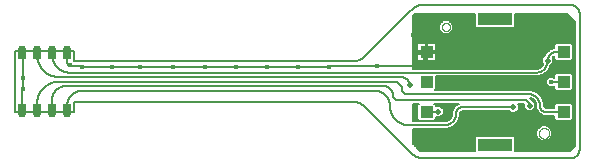
<source format=gtl>
G75*
%MOIN*%
%OFA0B0*%
%FSLAX25Y25*%
%IPPOS*%
%LPD*%
%AMOC8*
5,1,8,0,0,1.08239X$1,22.5*
%
%ADD10C,0.00600*%
%ADD11R,0.04331X0.03937*%
%ADD12R,0.11811X0.03937*%
%ADD13C,0.00000*%
%ADD14R,0.02992X0.03150*%
%ADD15C,0.03012*%
%ADD16C,0.01587*%
%ADD17C,0.00800*%
%ADD18C,0.02000*%
D10*
X0167410Y0072564D02*
X0167564Y0072562D01*
X0167717Y0072556D01*
X0167871Y0072546D01*
X0168024Y0072533D01*
X0168177Y0072515D01*
X0168329Y0072493D01*
X0168481Y0072468D01*
X0168632Y0072439D01*
X0168782Y0072405D01*
X0168932Y0072368D01*
X0169080Y0072328D01*
X0169227Y0072283D01*
X0169373Y0072235D01*
X0169518Y0072183D01*
X0169662Y0072127D01*
X0169803Y0072067D01*
X0169944Y0072004D01*
X0170083Y0071938D01*
X0170219Y0071868D01*
X0170355Y0071794D01*
X0170488Y0071717D01*
X0170619Y0071637D01*
X0170748Y0071553D01*
X0170875Y0071466D01*
X0171000Y0071376D01*
X0171122Y0071282D01*
X0171242Y0071186D01*
X0171359Y0071086D01*
X0171474Y0070984D01*
X0171586Y0070879D01*
X0171585Y0070878D02*
X0187193Y0055351D01*
X0189587Y0056628D02*
X0208244Y0056628D01*
X0208244Y0056166D02*
X0190050Y0056166D01*
X0187550Y0058666D01*
X0187550Y0063366D01*
X0199104Y0063366D01*
X0201052Y0064172D01*
X0202543Y0065663D01*
X0202543Y0065663D01*
X0203350Y0067611D01*
X0203350Y0068666D01*
X0203374Y0068847D01*
X0203555Y0069161D01*
X0203869Y0069342D01*
X0204050Y0069366D01*
X0219663Y0069366D01*
X0220263Y0068766D01*
X0221837Y0068766D01*
X0222950Y0069879D01*
X0222950Y0071453D01*
X0222537Y0071866D01*
X0224550Y0071866D01*
X0224650Y0071852D01*
X0224650Y0070379D01*
X0225763Y0069266D01*
X0227337Y0069266D01*
X0228450Y0070379D01*
X0228450Y0071953D01*
X0227337Y0073066D01*
X0227264Y0073066D01*
X0226966Y0073581D01*
X0226966Y0073581D01*
X0226561Y0073815D01*
X0226577Y0073814D01*
X0227550Y0073411D01*
X0228295Y0072666D01*
X0228698Y0071692D01*
X0228750Y0071166D01*
X0228750Y0070255D01*
X0229661Y0068677D01*
X0229661Y0068677D01*
X0231239Y0067766D01*
X0234819Y0067766D01*
X0234819Y0066724D01*
X0235346Y0066197D01*
X0240423Y0066197D01*
X0240950Y0066724D01*
X0240950Y0071407D01*
X0240423Y0071934D01*
X0235346Y0071934D01*
X0234819Y0071407D01*
X0234819Y0070366D01*
X0232150Y0070366D01*
X0231943Y0070393D01*
X0231584Y0070600D01*
X0231377Y0070959D01*
X0231350Y0071166D01*
X0231350Y0072220D01*
X0230543Y0074168D01*
X0229052Y0075659D01*
X0227104Y0076466D01*
X0195022Y0076466D01*
X0195281Y0076724D01*
X0195281Y0080966D01*
X0229584Y0080966D01*
X0231496Y0081757D01*
X0232958Y0083220D01*
X0233430Y0084358D01*
X0234450Y0085379D01*
X0234450Y0086953D01*
X0234241Y0087162D01*
X0234319Y0087297D01*
X0234819Y0087586D01*
X0234819Y0086724D01*
X0235346Y0086197D01*
X0240423Y0086197D01*
X0240950Y0086724D01*
X0240950Y0091407D01*
X0240423Y0091934D01*
X0235346Y0091934D01*
X0234819Y0091407D01*
X0234819Y0090366D01*
X0234325Y0090366D01*
X0232375Y0089240D01*
X0231607Y0087910D01*
X0230650Y0086953D01*
X0230650Y0085379D01*
X0231036Y0084992D01*
X0230878Y0084610D01*
X0230106Y0083837D01*
X0229096Y0083419D01*
X0228550Y0083366D01*
X0187550Y0083366D01*
X0187550Y0101166D01*
X0188050Y0101666D01*
X0208244Y0101666D01*
X0208244Y0097590D01*
X0208772Y0097063D01*
X0221328Y0097063D01*
X0221855Y0097590D01*
X0221855Y0101666D01*
X0239050Y0101666D01*
X0241550Y0099166D01*
X0241550Y0057666D01*
X0240050Y0056166D01*
X0221855Y0056166D01*
X0221855Y0060541D01*
X0221328Y0061068D01*
X0208772Y0061068D01*
X0208244Y0060541D01*
X0208244Y0056166D01*
X0208244Y0057227D02*
X0188989Y0057227D01*
X0188390Y0057825D02*
X0208244Y0057825D01*
X0208244Y0058424D02*
X0187792Y0058424D01*
X0187550Y0059022D02*
X0208244Y0059022D01*
X0208244Y0059621D02*
X0187550Y0059621D01*
X0187550Y0060219D02*
X0208244Y0060219D01*
X0208522Y0060818D02*
X0187550Y0060818D01*
X0187550Y0061416D02*
X0228717Y0061416D01*
X0228717Y0061408D02*
X0229124Y0060426D01*
X0229875Y0059675D01*
X0230857Y0059268D01*
X0231920Y0059268D01*
X0232902Y0059675D01*
X0233653Y0060426D01*
X0234060Y0061408D01*
X0234060Y0062471D01*
X0233653Y0063453D01*
X0232902Y0064204D01*
X0231920Y0064611D01*
X0230857Y0064611D01*
X0229875Y0064204D01*
X0229124Y0063453D01*
X0228717Y0062471D01*
X0228717Y0061408D01*
X0228717Y0062015D02*
X0187550Y0062015D01*
X0187550Y0062613D02*
X0228776Y0062613D01*
X0229024Y0063212D02*
X0187550Y0063212D01*
X0187550Y0065966D02*
X0187550Y0071866D01*
X0189609Y0071866D01*
X0189150Y0071407D01*
X0189150Y0066724D01*
X0189677Y0066197D01*
X0194753Y0066197D01*
X0195281Y0066724D01*
X0195281Y0067266D01*
X0196837Y0067266D01*
X0197950Y0068379D01*
X0197950Y0069953D01*
X0196837Y0071066D01*
X0195281Y0071066D01*
X0195281Y0071407D01*
X0194822Y0071866D01*
X0202993Y0071866D01*
X0201634Y0071081D01*
X0200750Y0069550D01*
X0200750Y0068666D01*
X0200698Y0068139D01*
X0200295Y0067166D01*
X0199550Y0066421D01*
X0198577Y0066017D01*
X0198050Y0065966D01*
X0187550Y0065966D01*
X0187550Y0066205D02*
X0189670Y0066205D01*
X0189150Y0066803D02*
X0187550Y0066803D01*
X0187550Y0067402D02*
X0189150Y0067402D01*
X0189150Y0068000D02*
X0187550Y0068000D01*
X0187550Y0068599D02*
X0189150Y0068599D01*
X0189150Y0069197D02*
X0187550Y0069197D01*
X0187550Y0069796D02*
X0189150Y0069796D01*
X0189150Y0070394D02*
X0187550Y0070394D01*
X0187550Y0070993D02*
X0189150Y0070993D01*
X0189334Y0071591D02*
X0187550Y0071591D01*
X0192315Y0069166D02*
X0196050Y0069166D01*
X0197950Y0069197D02*
X0200750Y0069197D01*
X0200750Y0069550D02*
X0200750Y0069550D01*
X0200892Y0069796D02*
X0197950Y0069796D01*
X0197508Y0070394D02*
X0201237Y0070394D01*
X0201583Y0070993D02*
X0196910Y0070993D01*
X0195096Y0071591D02*
X0202517Y0071591D01*
X0201634Y0071081D02*
X0201634Y0071081D01*
X0203618Y0069197D02*
X0219831Y0069197D01*
X0222269Y0069197D02*
X0229361Y0069197D01*
X0229015Y0069796D02*
X0227867Y0069796D01*
X0228450Y0070394D02*
X0228750Y0070394D01*
X0228750Y0070993D02*
X0228450Y0070993D01*
X0228450Y0071591D02*
X0228708Y0071591D01*
X0228492Y0072190D02*
X0228213Y0072190D01*
X0228172Y0072788D02*
X0227614Y0072788D01*
X0227574Y0073387D02*
X0227078Y0073387D01*
X0224650Y0071591D02*
X0222811Y0071591D01*
X0222950Y0070993D02*
X0224650Y0070993D01*
X0224650Y0070394D02*
X0222950Y0070394D01*
X0222867Y0069796D02*
X0225233Y0069796D01*
X0229796Y0068599D02*
X0203350Y0068599D01*
X0203350Y0068000D02*
X0230833Y0068000D01*
X0233750Y0068966D02*
X0233850Y0069066D01*
X0237550Y0069066D01*
X0237885Y0069066D01*
X0240950Y0069197D02*
X0241550Y0069197D01*
X0241550Y0068599D02*
X0240950Y0068599D01*
X0240950Y0068000D02*
X0241550Y0068000D01*
X0241550Y0067402D02*
X0240950Y0067402D01*
X0240950Y0066803D02*
X0241550Y0066803D01*
X0241550Y0066205D02*
X0240430Y0066205D01*
X0241550Y0065606D02*
X0202486Y0065606D01*
X0202767Y0066205D02*
X0235339Y0066205D01*
X0234819Y0066803D02*
X0203015Y0066803D01*
X0203263Y0067402D02*
X0234819Y0067402D01*
X0232408Y0064409D02*
X0241550Y0064409D01*
X0241550Y0065008D02*
X0201887Y0065008D01*
X0201289Y0064409D02*
X0230369Y0064409D01*
X0229481Y0063810D02*
X0200178Y0063810D01*
X0201052Y0064172D02*
X0201052Y0064172D01*
X0199028Y0066205D02*
X0194761Y0066205D01*
X0195281Y0066803D02*
X0199932Y0066803D01*
X0200393Y0067402D02*
X0196973Y0067402D01*
X0197571Y0068000D02*
X0200641Y0068000D01*
X0200743Y0068599D02*
X0197950Y0068599D01*
X0192315Y0069166D02*
X0192298Y0069164D01*
X0192281Y0069160D01*
X0192265Y0069153D01*
X0192251Y0069143D01*
X0192238Y0069130D01*
X0192228Y0069116D01*
X0192221Y0069100D01*
X0192217Y0069083D01*
X0192215Y0069066D01*
X0195281Y0076978D02*
X0234819Y0076978D01*
X0234819Y0076724D02*
X0235346Y0076197D01*
X0240423Y0076197D01*
X0240950Y0076724D01*
X0240950Y0081407D01*
X0240423Y0081934D01*
X0235346Y0081934D01*
X0234819Y0081407D01*
X0234819Y0080291D01*
X0234452Y0080659D01*
X0233048Y0080659D01*
X0232056Y0079667D01*
X0232056Y0078264D01*
X0233048Y0077272D01*
X0234452Y0077272D01*
X0234819Y0077640D01*
X0234819Y0076724D01*
X0235164Y0076379D02*
X0227313Y0076379D01*
X0228758Y0075781D02*
X0241550Y0075781D01*
X0241550Y0076379D02*
X0240605Y0076379D01*
X0240950Y0076978D02*
X0241550Y0076978D01*
X0241550Y0077576D02*
X0240950Y0077576D01*
X0240950Y0078175D02*
X0241550Y0078175D01*
X0241550Y0078773D02*
X0240950Y0078773D01*
X0240950Y0079372D02*
X0241550Y0079372D01*
X0241550Y0079970D02*
X0240950Y0079970D01*
X0240950Y0080569D02*
X0241550Y0080569D01*
X0241550Y0081167D02*
X0240950Y0081167D01*
X0240591Y0081766D02*
X0241550Y0081766D01*
X0241550Y0082364D02*
X0232103Y0082364D01*
X0231504Y0081766D02*
X0235178Y0081766D01*
X0234819Y0081167D02*
X0230071Y0081167D01*
X0231496Y0081757D02*
X0231496Y0081757D01*
X0232701Y0082963D02*
X0241550Y0082963D01*
X0241550Y0083561D02*
X0233100Y0083561D01*
X0232958Y0083220D02*
X0232958Y0083220D01*
X0233348Y0084160D02*
X0241550Y0084160D01*
X0241550Y0084758D02*
X0233830Y0084758D01*
X0234428Y0085357D02*
X0241550Y0085357D01*
X0241550Y0085955D02*
X0234450Y0085955D01*
X0234450Y0086554D02*
X0234990Y0086554D01*
X0234819Y0087152D02*
X0234250Y0087152D01*
X0231861Y0088349D02*
X0195481Y0088349D01*
X0195481Y0088766D02*
X0192515Y0088766D01*
X0192515Y0089366D01*
X0191915Y0089366D01*
X0191915Y0092134D01*
X0189905Y0092134D01*
X0189625Y0092059D01*
X0189375Y0091914D01*
X0189170Y0091709D01*
X0189025Y0091459D01*
X0188950Y0091179D01*
X0188950Y0089366D01*
X0191915Y0089366D01*
X0191915Y0088766D01*
X0188950Y0088766D01*
X0188950Y0086952D01*
X0189025Y0086672D01*
X0189170Y0086422D01*
X0189375Y0086217D01*
X0189625Y0086072D01*
X0189905Y0085997D01*
X0191915Y0085997D01*
X0191915Y0088766D01*
X0192515Y0088766D01*
X0192515Y0085997D01*
X0194526Y0085997D01*
X0194805Y0086072D01*
X0195056Y0086217D01*
X0195261Y0086422D01*
X0195406Y0086672D01*
X0195481Y0086952D01*
X0195481Y0088766D01*
X0195481Y0089366D02*
X0192515Y0089366D01*
X0192515Y0092134D01*
X0194526Y0092134D01*
X0194805Y0092059D01*
X0195056Y0091914D01*
X0195261Y0091709D01*
X0195406Y0091459D01*
X0195481Y0091179D01*
X0195481Y0089366D01*
X0195481Y0089546D02*
X0232906Y0089546D01*
X0232375Y0089240D02*
X0232375Y0089240D01*
X0232375Y0089240D01*
X0232207Y0088948D02*
X0192515Y0088948D01*
X0192215Y0089066D02*
X0191933Y0088783D01*
X0191415Y0088266D01*
X0188250Y0088266D01*
X0187550Y0088349D02*
X0188950Y0088349D01*
X0188950Y0087751D02*
X0187550Y0087751D01*
X0187550Y0087152D02*
X0188950Y0087152D01*
X0189093Y0086554D02*
X0187550Y0086554D01*
X0187550Y0085955D02*
X0230650Y0085955D01*
X0230672Y0085357D02*
X0187550Y0085357D01*
X0187550Y0084758D02*
X0230940Y0084758D01*
X0230428Y0084160D02*
X0187550Y0084160D01*
X0187550Y0083561D02*
X0229439Y0083561D01*
X0228550Y0082166D02*
X0073229Y0082166D01*
X0074050Y0084266D02*
X0077150Y0084266D01*
X0077167Y0084264D01*
X0077184Y0084260D01*
X0077200Y0084253D01*
X0077214Y0084243D01*
X0077227Y0084230D01*
X0077237Y0084216D01*
X0077244Y0084200D01*
X0077248Y0084183D01*
X0077250Y0084166D01*
X0087250Y0084166D01*
X0096750Y0084166D01*
X0107750Y0084166D01*
X0118250Y0084166D01*
X0128750Y0084166D01*
X0139150Y0084166D01*
X0149250Y0084166D01*
X0159550Y0084166D01*
X0159650Y0084266D01*
X0175750Y0084266D01*
X0167409Y0085949D02*
X0167262Y0085949D01*
X0074735Y0085949D01*
X0074735Y0089492D01*
X0074587Y0089492D01*
X0055198Y0089492D01*
X0055050Y0089492D01*
X0055050Y0069020D01*
X0055198Y0069020D01*
X0074587Y0069020D01*
X0074735Y0069020D01*
X0074735Y0072563D01*
X0167262Y0072563D01*
X0167409Y0072563D01*
X0184050Y0080666D02*
X0184148Y0080664D01*
X0184246Y0080658D01*
X0184344Y0080649D01*
X0184441Y0080635D01*
X0184538Y0080618D01*
X0184634Y0080597D01*
X0184729Y0080572D01*
X0184823Y0080544D01*
X0184915Y0080511D01*
X0185007Y0080476D01*
X0185097Y0080436D01*
X0185185Y0080394D01*
X0185272Y0080347D01*
X0185356Y0080298D01*
X0185439Y0080245D01*
X0185519Y0080189D01*
X0185598Y0080129D01*
X0185674Y0080067D01*
X0185747Y0080002D01*
X0185818Y0079934D01*
X0185886Y0079863D01*
X0185951Y0079790D01*
X0186013Y0079714D01*
X0186073Y0079635D01*
X0186129Y0079555D01*
X0186182Y0079472D01*
X0186231Y0079388D01*
X0186278Y0079301D01*
X0186320Y0079213D01*
X0186360Y0079123D01*
X0186395Y0079031D01*
X0186428Y0078939D01*
X0186456Y0078845D01*
X0186481Y0078750D01*
X0186502Y0078654D01*
X0186519Y0078557D01*
X0186533Y0078460D01*
X0186542Y0078362D01*
X0186548Y0078264D01*
X0186550Y0078166D01*
X0184050Y0080666D02*
X0069649Y0080666D01*
X0072469Y0085846D02*
X0072469Y0087925D01*
X0072391Y0088604D01*
X0067390Y0088604D02*
X0067385Y0088448D01*
X0067383Y0088293D01*
X0067385Y0088137D01*
X0067391Y0087981D01*
X0067402Y0087826D01*
X0067416Y0087671D01*
X0067434Y0087516D01*
X0067456Y0087362D01*
X0067481Y0087209D01*
X0067511Y0087056D01*
X0067545Y0086904D01*
X0067582Y0086753D01*
X0067623Y0086602D01*
X0067668Y0086453D01*
X0067717Y0086305D01*
X0067770Y0086159D01*
X0067826Y0086014D01*
X0067886Y0085870D01*
X0067949Y0085728D01*
X0068016Y0085587D01*
X0068087Y0085448D01*
X0068161Y0085311D01*
X0068238Y0085176D01*
X0068319Y0085043D01*
X0068403Y0084912D01*
X0068491Y0084784D01*
X0068582Y0084657D01*
X0068676Y0084533D01*
X0068773Y0084411D01*
X0068873Y0084292D01*
X0068976Y0084175D01*
X0069082Y0084061D01*
X0069191Y0083950D01*
X0069303Y0083842D01*
X0069417Y0083736D01*
X0069534Y0083633D01*
X0069654Y0083534D01*
X0069776Y0083437D01*
X0069900Y0083343D01*
X0070027Y0083253D01*
X0070156Y0083166D01*
X0070288Y0083082D01*
X0070421Y0083002D01*
X0070556Y0082925D01*
X0070693Y0082851D01*
X0070832Y0082781D01*
X0070973Y0082715D01*
X0071116Y0082652D01*
X0071260Y0082592D01*
X0071405Y0082537D01*
X0071552Y0082485D01*
X0071700Y0082436D01*
X0071849Y0082392D01*
X0071999Y0082351D01*
X0072151Y0082315D01*
X0072303Y0082282D01*
X0072456Y0082252D01*
X0072609Y0082227D01*
X0072764Y0082206D01*
X0072918Y0082188D01*
X0073074Y0082175D01*
X0073229Y0082165D01*
X0074050Y0084265D02*
X0073972Y0084267D01*
X0073895Y0084273D01*
X0073818Y0084282D01*
X0073742Y0084295D01*
X0073666Y0084312D01*
X0073591Y0084333D01*
X0073517Y0084357D01*
X0073445Y0084385D01*
X0073374Y0084417D01*
X0073305Y0084452D01*
X0073237Y0084490D01*
X0073172Y0084531D01*
X0073108Y0084576D01*
X0073047Y0084624D01*
X0072988Y0084675D01*
X0072932Y0084728D01*
X0072879Y0084784D01*
X0072828Y0084843D01*
X0072780Y0084904D01*
X0072735Y0084968D01*
X0072694Y0085033D01*
X0072656Y0085101D01*
X0072621Y0085170D01*
X0072589Y0085241D01*
X0072561Y0085313D01*
X0072537Y0085387D01*
X0072516Y0085462D01*
X0072499Y0085538D01*
X0072486Y0085614D01*
X0072477Y0085691D01*
X0072471Y0085768D01*
X0072469Y0085846D01*
X0069649Y0080665D02*
X0069466Y0080674D01*
X0069284Y0080688D01*
X0069102Y0080707D01*
X0068921Y0080729D01*
X0068740Y0080756D01*
X0068560Y0080788D01*
X0068381Y0080823D01*
X0068202Y0080863D01*
X0068025Y0080908D01*
X0067849Y0080956D01*
X0067674Y0081009D01*
X0067500Y0081066D01*
X0067328Y0081128D01*
X0067157Y0081193D01*
X0066988Y0081262D01*
X0066821Y0081336D01*
X0066656Y0081414D01*
X0066492Y0081495D01*
X0066330Y0081581D01*
X0066171Y0081670D01*
X0066014Y0081763D01*
X0065859Y0081860D01*
X0065706Y0081961D01*
X0065556Y0082065D01*
X0065409Y0082173D01*
X0065264Y0082285D01*
X0065122Y0082400D01*
X0064982Y0082518D01*
X0064846Y0082640D01*
X0064713Y0082765D01*
X0064582Y0082893D01*
X0064455Y0083024D01*
X0064331Y0083158D01*
X0064210Y0083296D01*
X0064093Y0083436D01*
X0063979Y0083579D01*
X0063868Y0083724D01*
X0063761Y0083872D01*
X0063658Y0084023D01*
X0063558Y0084176D01*
X0063463Y0084332D01*
X0063370Y0084490D01*
X0063282Y0084650D01*
X0063198Y0084812D01*
X0063117Y0084976D01*
X0063041Y0085142D01*
X0062968Y0085310D01*
X0062900Y0085480D01*
X0062836Y0085651D01*
X0062776Y0085823D01*
X0062720Y0085997D01*
X0062668Y0086173D01*
X0062621Y0086349D01*
X0062578Y0086527D01*
X0062539Y0086706D01*
X0062504Y0086885D01*
X0062474Y0087065D01*
X0062448Y0087246D01*
X0062427Y0087428D01*
X0062410Y0087610D01*
X0062397Y0087792D01*
X0062389Y0087975D01*
X0062385Y0088158D01*
X0062386Y0088340D01*
X0062391Y0088523D01*
X0167409Y0085949D02*
X0167559Y0085951D01*
X0167708Y0085957D01*
X0167857Y0085966D01*
X0168006Y0085979D01*
X0168155Y0085996D01*
X0168303Y0086017D01*
X0168451Y0086042D01*
X0168598Y0086070D01*
X0168744Y0086102D01*
X0168889Y0086138D01*
X0169033Y0086177D01*
X0169177Y0086220D01*
X0169319Y0086266D01*
X0169460Y0086317D01*
X0169599Y0086370D01*
X0169738Y0086428D01*
X0169874Y0086488D01*
X0170010Y0086552D01*
X0170143Y0086620D01*
X0170275Y0086691D01*
X0170405Y0086765D01*
X0170533Y0086843D01*
X0170658Y0086923D01*
X0170782Y0087007D01*
X0170904Y0087094D01*
X0171023Y0087184D01*
X0171141Y0087278D01*
X0171255Y0087374D01*
X0171368Y0087472D01*
X0171477Y0087574D01*
X0171584Y0087679D01*
X0171585Y0087679D02*
X0187094Y0103117D01*
X0187901Y0101517D02*
X0208244Y0101517D01*
X0208244Y0100918D02*
X0187550Y0100918D01*
X0187550Y0100320D02*
X0208244Y0100320D01*
X0208244Y0099721D02*
X0187550Y0099721D01*
X0187550Y0099123D02*
X0197240Y0099123D01*
X0197768Y0099651D02*
X0196433Y0098316D01*
X0196433Y0096429D01*
X0197768Y0095095D01*
X0199655Y0095095D01*
X0200989Y0096429D01*
X0200989Y0098316D01*
X0199655Y0099651D01*
X0197768Y0099651D01*
X0196641Y0098524D02*
X0187550Y0098524D01*
X0187550Y0097926D02*
X0196433Y0097926D01*
X0196433Y0097327D02*
X0187550Y0097327D01*
X0187550Y0096729D02*
X0196433Y0096729D01*
X0196732Y0096130D02*
X0187550Y0096130D01*
X0187550Y0095532D02*
X0197331Y0095532D01*
X0200092Y0095532D02*
X0241550Y0095532D01*
X0241550Y0096130D02*
X0200690Y0096130D01*
X0200989Y0096729D02*
X0241550Y0096729D01*
X0241550Y0097327D02*
X0221592Y0097327D01*
X0221855Y0097926D02*
X0241550Y0097926D01*
X0241550Y0098524D02*
X0221855Y0098524D01*
X0221855Y0099123D02*
X0241550Y0099123D01*
X0240994Y0099721D02*
X0221855Y0099721D01*
X0221855Y0100320D02*
X0240396Y0100320D01*
X0239797Y0100918D02*
X0221855Y0100918D01*
X0221855Y0101517D02*
X0239199Y0101517D01*
X0240089Y0104847D02*
X0240199Y0104845D01*
X0240309Y0104839D01*
X0240418Y0104830D01*
X0240527Y0104816D01*
X0240636Y0104799D01*
X0240744Y0104778D01*
X0240851Y0104753D01*
X0240957Y0104725D01*
X0241062Y0104693D01*
X0241166Y0104657D01*
X0241269Y0104618D01*
X0241370Y0104575D01*
X0241470Y0104528D01*
X0241568Y0104478D01*
X0241664Y0104425D01*
X0241758Y0104368D01*
X0241850Y0104308D01*
X0241941Y0104245D01*
X0242028Y0104179D01*
X0242114Y0104110D01*
X0242197Y0104038D01*
X0242277Y0103963D01*
X0242355Y0103885D01*
X0242430Y0103805D01*
X0242502Y0103722D01*
X0242571Y0103636D01*
X0242637Y0103549D01*
X0242700Y0103458D01*
X0242760Y0103366D01*
X0242817Y0103272D01*
X0242870Y0103176D01*
X0242920Y0103078D01*
X0242967Y0102978D01*
X0243010Y0102877D01*
X0243049Y0102774D01*
X0243085Y0102670D01*
X0243117Y0102565D01*
X0243145Y0102459D01*
X0243170Y0102352D01*
X0243191Y0102244D01*
X0243208Y0102135D01*
X0243222Y0102026D01*
X0243231Y0101917D01*
X0243237Y0101807D01*
X0243239Y0101697D01*
X0243239Y0056815D01*
X0241550Y0057825D02*
X0221855Y0057825D01*
X0221855Y0057227D02*
X0241111Y0057227D01*
X0240513Y0056628D02*
X0221855Y0056628D01*
X0221855Y0058424D02*
X0241550Y0058424D01*
X0241550Y0059022D02*
X0221855Y0059022D01*
X0221855Y0059621D02*
X0230005Y0059621D01*
X0229330Y0060219D02*
X0221855Y0060219D01*
X0221578Y0060818D02*
X0228961Y0060818D01*
X0232772Y0059621D02*
X0241550Y0059621D01*
X0241550Y0060219D02*
X0233447Y0060219D01*
X0233816Y0060818D02*
X0241550Y0060818D01*
X0241550Y0061416D02*
X0234060Y0061416D01*
X0234060Y0062015D02*
X0241550Y0062015D01*
X0241550Y0062613D02*
X0234001Y0062613D01*
X0233753Y0063212D02*
X0241550Y0063212D01*
X0241550Y0063810D02*
X0233296Y0063810D01*
X0240950Y0069796D02*
X0241550Y0069796D01*
X0241550Y0070394D02*
X0240950Y0070394D01*
X0240950Y0070993D02*
X0241550Y0070993D01*
X0241550Y0071591D02*
X0240766Y0071591D01*
X0241550Y0072190D02*
X0231350Y0072190D01*
X0231350Y0071591D02*
X0235004Y0071591D01*
X0234819Y0070993D02*
X0231373Y0070993D01*
X0231941Y0070394D02*
X0234819Y0070394D01*
X0231115Y0072788D02*
X0241550Y0072788D01*
X0241550Y0073387D02*
X0230867Y0073387D01*
X0230619Y0073985D02*
X0241550Y0073985D01*
X0241550Y0074584D02*
X0230127Y0074584D01*
X0230543Y0074168D02*
X0230543Y0074168D01*
X0229529Y0075182D02*
X0241550Y0075182D01*
X0234819Y0077576D02*
X0234756Y0077576D01*
X0233750Y0078966D02*
X0237785Y0078966D01*
X0237885Y0079066D01*
X0234819Y0080569D02*
X0234542Y0080569D01*
X0232958Y0080569D02*
X0195281Y0080569D01*
X0195281Y0079970D02*
X0232359Y0079970D01*
X0232056Y0079372D02*
X0195281Y0079372D01*
X0195281Y0078773D02*
X0232056Y0078773D01*
X0232146Y0078175D02*
X0195281Y0078175D01*
X0195281Y0077576D02*
X0232744Y0077576D01*
X0229052Y0075659D02*
X0229052Y0075659D01*
X0228550Y0082166D02*
X0228676Y0082168D01*
X0228801Y0082174D01*
X0228926Y0082184D01*
X0229051Y0082198D01*
X0229176Y0082215D01*
X0229300Y0082237D01*
X0229423Y0082262D01*
X0229545Y0082292D01*
X0229666Y0082325D01*
X0229786Y0082362D01*
X0229905Y0082402D01*
X0230022Y0082447D01*
X0230139Y0082495D01*
X0230253Y0082547D01*
X0230366Y0082602D01*
X0230477Y0082661D01*
X0230586Y0082723D01*
X0230693Y0082789D01*
X0230798Y0082858D01*
X0230901Y0082930D01*
X0231002Y0083005D01*
X0231100Y0083084D01*
X0231195Y0083166D01*
X0231288Y0083250D01*
X0231378Y0083338D01*
X0231466Y0083428D01*
X0231550Y0083521D01*
X0231632Y0083616D01*
X0231711Y0083714D01*
X0231786Y0083815D01*
X0231858Y0083918D01*
X0231927Y0084023D01*
X0231993Y0084130D01*
X0232055Y0084239D01*
X0232114Y0084350D01*
X0232169Y0084463D01*
X0232221Y0084577D01*
X0232269Y0084694D01*
X0232314Y0084811D01*
X0232354Y0084930D01*
X0232391Y0085050D01*
X0232424Y0085171D01*
X0232454Y0085293D01*
X0232479Y0085416D01*
X0232501Y0085540D01*
X0232518Y0085665D01*
X0232532Y0085790D01*
X0232542Y0085915D01*
X0232548Y0086040D01*
X0232550Y0086166D01*
X0231448Y0087751D02*
X0195481Y0087751D01*
X0195481Y0087152D02*
X0230850Y0087152D01*
X0230650Y0086554D02*
X0195337Y0086554D01*
X0192515Y0086554D02*
X0191915Y0086554D01*
X0191915Y0087152D02*
X0192515Y0087152D01*
X0192515Y0087751D02*
X0191915Y0087751D01*
X0191915Y0088349D02*
X0192515Y0088349D01*
X0191915Y0088948D02*
X0187550Y0088948D01*
X0187550Y0089546D02*
X0188950Y0089546D01*
X0188950Y0090145D02*
X0187550Y0090145D01*
X0187550Y0090743D02*
X0188950Y0090743D01*
X0188994Y0091342D02*
X0187550Y0091342D01*
X0187550Y0091941D02*
X0189420Y0091941D01*
X0187550Y0092539D02*
X0241550Y0092539D01*
X0241550Y0091941D02*
X0195011Y0091941D01*
X0195437Y0091342D02*
X0234819Y0091342D01*
X0234819Y0090743D02*
X0195481Y0090743D01*
X0195481Y0090145D02*
X0233943Y0090145D01*
X0240950Y0090145D02*
X0241550Y0090145D01*
X0241550Y0090743D02*
X0240950Y0090743D01*
X0240950Y0091342D02*
X0241550Y0091342D01*
X0241550Y0089546D02*
X0240950Y0089546D01*
X0240950Y0088948D02*
X0241550Y0088948D01*
X0241550Y0088349D02*
X0240950Y0088349D01*
X0240950Y0087751D02*
X0241550Y0087751D01*
X0241550Y0087152D02*
X0240950Y0087152D01*
X0240780Y0086554D02*
X0241550Y0086554D01*
X0241550Y0093138D02*
X0187550Y0093138D01*
X0187550Y0093736D02*
X0241550Y0093736D01*
X0241550Y0094335D02*
X0187550Y0094335D01*
X0187550Y0094933D02*
X0241550Y0094933D01*
X0240089Y0104847D02*
X0239941Y0104847D01*
X0191418Y0104847D01*
X0191270Y0104847D01*
X0191270Y0104846D02*
X0191120Y0104844D01*
X0190971Y0104838D01*
X0190822Y0104829D01*
X0190673Y0104816D01*
X0190524Y0104799D01*
X0190376Y0104778D01*
X0190228Y0104753D01*
X0190081Y0104725D01*
X0189935Y0104693D01*
X0189790Y0104658D01*
X0189646Y0104618D01*
X0189502Y0104575D01*
X0189360Y0104529D01*
X0189219Y0104478D01*
X0189080Y0104425D01*
X0188941Y0104367D01*
X0188805Y0104307D01*
X0188670Y0104243D01*
X0188536Y0104175D01*
X0188404Y0104104D01*
X0188274Y0104030D01*
X0188147Y0103952D01*
X0188021Y0103872D01*
X0187897Y0103788D01*
X0187775Y0103701D01*
X0187656Y0103611D01*
X0187538Y0103518D01*
X0187424Y0103422D01*
X0187311Y0103323D01*
X0187202Y0103221D01*
X0187095Y0103117D01*
X0200183Y0099123D02*
X0208244Y0099123D01*
X0208244Y0098524D02*
X0200781Y0098524D01*
X0200989Y0097926D02*
X0208244Y0097926D01*
X0208508Y0097327D02*
X0200989Y0097327D01*
X0192515Y0091941D02*
X0191915Y0091941D01*
X0191915Y0091342D02*
X0192515Y0091342D01*
X0192515Y0090743D02*
X0191915Y0090743D01*
X0191915Y0090145D02*
X0192515Y0090145D01*
X0192515Y0089546D02*
X0191915Y0089546D01*
X0187192Y0055350D02*
X0187304Y0055245D01*
X0187419Y0055143D01*
X0187536Y0055043D01*
X0187656Y0054947D01*
X0187778Y0054853D01*
X0187903Y0054763D01*
X0188030Y0054676D01*
X0188159Y0054592D01*
X0188290Y0054512D01*
X0188423Y0054435D01*
X0188559Y0054361D01*
X0188695Y0054291D01*
X0188834Y0054225D01*
X0188975Y0054162D01*
X0189116Y0054102D01*
X0189260Y0054046D01*
X0189405Y0053994D01*
X0189551Y0053946D01*
X0189698Y0053901D01*
X0189846Y0053861D01*
X0189996Y0053824D01*
X0190146Y0053790D01*
X0190297Y0053761D01*
X0190449Y0053736D01*
X0190601Y0053714D01*
X0190754Y0053696D01*
X0190907Y0053683D01*
X0191061Y0053673D01*
X0191214Y0053667D01*
X0191368Y0053665D01*
X0191369Y0053666D02*
X0191516Y0053666D01*
X0239941Y0053666D01*
X0240089Y0053666D01*
X0240089Y0053665D02*
X0240199Y0053667D01*
X0240309Y0053673D01*
X0240418Y0053682D01*
X0240527Y0053696D01*
X0240636Y0053713D01*
X0240744Y0053734D01*
X0240851Y0053759D01*
X0240957Y0053787D01*
X0241062Y0053819D01*
X0241166Y0053855D01*
X0241269Y0053894D01*
X0241370Y0053937D01*
X0241470Y0053984D01*
X0241568Y0054034D01*
X0241664Y0054087D01*
X0241758Y0054144D01*
X0241850Y0054204D01*
X0241941Y0054267D01*
X0242028Y0054333D01*
X0242114Y0054402D01*
X0242197Y0054474D01*
X0242277Y0054549D01*
X0242355Y0054627D01*
X0242430Y0054707D01*
X0242502Y0054790D01*
X0242571Y0054876D01*
X0242637Y0054963D01*
X0242700Y0055054D01*
X0242760Y0055146D01*
X0242817Y0055240D01*
X0242870Y0055336D01*
X0242920Y0055434D01*
X0242967Y0055534D01*
X0243010Y0055635D01*
X0243049Y0055738D01*
X0243085Y0055842D01*
X0243117Y0055947D01*
X0243145Y0056053D01*
X0243170Y0056160D01*
X0243191Y0056268D01*
X0243208Y0056377D01*
X0243222Y0056486D01*
X0243231Y0056595D01*
X0243237Y0056705D01*
X0243239Y0056815D01*
D11*
X0237885Y0069066D03*
X0237885Y0079066D03*
X0237885Y0089066D03*
X0192215Y0089066D03*
X0192215Y0079066D03*
X0192215Y0069066D03*
D12*
X0215050Y0058199D03*
X0215050Y0099932D03*
D13*
X0197333Y0097373D02*
X0197335Y0097447D01*
X0197341Y0097521D01*
X0197351Y0097594D01*
X0197365Y0097667D01*
X0197382Y0097739D01*
X0197404Y0097809D01*
X0197429Y0097879D01*
X0197458Y0097947D01*
X0197491Y0098013D01*
X0197527Y0098078D01*
X0197567Y0098140D01*
X0197609Y0098201D01*
X0197655Y0098259D01*
X0197704Y0098314D01*
X0197756Y0098367D01*
X0197811Y0098417D01*
X0197868Y0098463D01*
X0197928Y0098507D01*
X0197990Y0098547D01*
X0198054Y0098584D01*
X0198120Y0098618D01*
X0198188Y0098648D01*
X0198257Y0098674D01*
X0198328Y0098697D01*
X0198399Y0098715D01*
X0198472Y0098730D01*
X0198545Y0098741D01*
X0198619Y0098748D01*
X0198693Y0098751D01*
X0198766Y0098750D01*
X0198840Y0098745D01*
X0198914Y0098736D01*
X0198987Y0098723D01*
X0199059Y0098706D01*
X0199130Y0098686D01*
X0199200Y0098661D01*
X0199268Y0098633D01*
X0199335Y0098602D01*
X0199400Y0098566D01*
X0199463Y0098528D01*
X0199524Y0098486D01*
X0199583Y0098440D01*
X0199639Y0098392D01*
X0199692Y0098341D01*
X0199742Y0098287D01*
X0199790Y0098230D01*
X0199834Y0098171D01*
X0199876Y0098109D01*
X0199914Y0098046D01*
X0199948Y0097980D01*
X0199979Y0097913D01*
X0200006Y0097844D01*
X0200029Y0097774D01*
X0200049Y0097703D01*
X0200065Y0097630D01*
X0200077Y0097557D01*
X0200085Y0097484D01*
X0200089Y0097410D01*
X0200089Y0097336D01*
X0200085Y0097262D01*
X0200077Y0097189D01*
X0200065Y0097116D01*
X0200049Y0097043D01*
X0200029Y0096972D01*
X0200006Y0096902D01*
X0199979Y0096833D01*
X0199948Y0096766D01*
X0199914Y0096700D01*
X0199876Y0096637D01*
X0199834Y0096575D01*
X0199790Y0096516D01*
X0199742Y0096459D01*
X0199692Y0096405D01*
X0199639Y0096354D01*
X0199583Y0096306D01*
X0199524Y0096260D01*
X0199463Y0096218D01*
X0199400Y0096180D01*
X0199335Y0096144D01*
X0199268Y0096113D01*
X0199200Y0096085D01*
X0199130Y0096060D01*
X0199059Y0096040D01*
X0198987Y0096023D01*
X0198914Y0096010D01*
X0198840Y0096001D01*
X0198766Y0095996D01*
X0198693Y0095995D01*
X0198619Y0095998D01*
X0198545Y0096005D01*
X0198472Y0096016D01*
X0198399Y0096031D01*
X0198328Y0096049D01*
X0198257Y0096072D01*
X0198188Y0096098D01*
X0198120Y0096128D01*
X0198054Y0096162D01*
X0197990Y0096199D01*
X0197928Y0096239D01*
X0197868Y0096283D01*
X0197811Y0096329D01*
X0197756Y0096379D01*
X0197704Y0096432D01*
X0197655Y0096487D01*
X0197609Y0096545D01*
X0197567Y0096606D01*
X0197527Y0096668D01*
X0197491Y0096733D01*
X0197458Y0096799D01*
X0197429Y0096867D01*
X0197404Y0096937D01*
X0197382Y0097007D01*
X0197365Y0097079D01*
X0197351Y0097152D01*
X0197341Y0097225D01*
X0197335Y0097299D01*
X0197333Y0097373D01*
X0229617Y0061940D02*
X0229619Y0062024D01*
X0229625Y0062107D01*
X0229635Y0062190D01*
X0229649Y0062273D01*
X0229666Y0062355D01*
X0229688Y0062436D01*
X0229713Y0062515D01*
X0229742Y0062594D01*
X0229775Y0062671D01*
X0229811Y0062746D01*
X0229851Y0062820D01*
X0229894Y0062892D01*
X0229941Y0062961D01*
X0229991Y0063028D01*
X0230044Y0063093D01*
X0230100Y0063155D01*
X0230158Y0063215D01*
X0230220Y0063272D01*
X0230284Y0063325D01*
X0230351Y0063376D01*
X0230420Y0063423D01*
X0230491Y0063468D01*
X0230564Y0063508D01*
X0230639Y0063545D01*
X0230716Y0063579D01*
X0230794Y0063609D01*
X0230873Y0063635D01*
X0230954Y0063658D01*
X0231036Y0063676D01*
X0231118Y0063691D01*
X0231201Y0063702D01*
X0231284Y0063709D01*
X0231368Y0063712D01*
X0231452Y0063711D01*
X0231535Y0063706D01*
X0231619Y0063697D01*
X0231701Y0063684D01*
X0231783Y0063668D01*
X0231864Y0063647D01*
X0231945Y0063623D01*
X0232023Y0063595D01*
X0232101Y0063563D01*
X0232177Y0063527D01*
X0232251Y0063488D01*
X0232323Y0063446D01*
X0232393Y0063400D01*
X0232461Y0063351D01*
X0232526Y0063299D01*
X0232589Y0063244D01*
X0232649Y0063186D01*
X0232707Y0063125D01*
X0232761Y0063061D01*
X0232813Y0062995D01*
X0232861Y0062927D01*
X0232906Y0062856D01*
X0232947Y0062783D01*
X0232986Y0062709D01*
X0233020Y0062633D01*
X0233051Y0062555D01*
X0233078Y0062476D01*
X0233102Y0062395D01*
X0233121Y0062314D01*
X0233137Y0062232D01*
X0233149Y0062149D01*
X0233157Y0062065D01*
X0233161Y0061982D01*
X0233161Y0061898D01*
X0233157Y0061815D01*
X0233149Y0061731D01*
X0233137Y0061648D01*
X0233121Y0061566D01*
X0233102Y0061485D01*
X0233078Y0061404D01*
X0233051Y0061325D01*
X0233020Y0061247D01*
X0232986Y0061171D01*
X0232947Y0061097D01*
X0232906Y0061024D01*
X0232861Y0060953D01*
X0232813Y0060885D01*
X0232761Y0060819D01*
X0232707Y0060755D01*
X0232649Y0060694D01*
X0232589Y0060636D01*
X0232526Y0060581D01*
X0232461Y0060529D01*
X0232393Y0060480D01*
X0232323Y0060434D01*
X0232251Y0060392D01*
X0232177Y0060353D01*
X0232101Y0060317D01*
X0232023Y0060285D01*
X0231945Y0060257D01*
X0231864Y0060233D01*
X0231783Y0060212D01*
X0231701Y0060196D01*
X0231619Y0060183D01*
X0231535Y0060174D01*
X0231452Y0060169D01*
X0231368Y0060168D01*
X0231284Y0060171D01*
X0231201Y0060178D01*
X0231118Y0060189D01*
X0231036Y0060204D01*
X0230954Y0060222D01*
X0230873Y0060245D01*
X0230794Y0060271D01*
X0230716Y0060301D01*
X0230639Y0060335D01*
X0230564Y0060372D01*
X0230491Y0060412D01*
X0230420Y0060457D01*
X0230351Y0060504D01*
X0230284Y0060555D01*
X0230220Y0060608D01*
X0230158Y0060665D01*
X0230100Y0060725D01*
X0230044Y0060787D01*
X0229991Y0060852D01*
X0229941Y0060919D01*
X0229894Y0060988D01*
X0229851Y0061060D01*
X0229811Y0061134D01*
X0229775Y0061209D01*
X0229742Y0061286D01*
X0229713Y0061365D01*
X0229688Y0061444D01*
X0229666Y0061525D01*
X0229649Y0061607D01*
X0229635Y0061690D01*
X0229625Y0061773D01*
X0229619Y0061856D01*
X0229617Y0061940D01*
D14*
X0072430Y0070327D03*
X0067391Y0070327D03*
X0062391Y0070327D03*
X0057391Y0070327D03*
X0057391Y0088004D03*
X0062391Y0087923D03*
X0067391Y0088004D03*
X0072391Y0088004D03*
D15*
X0072384Y0089599D03*
X0067384Y0089599D03*
X0062384Y0089599D03*
X0057384Y0089599D03*
X0057384Y0068732D03*
X0062384Y0068732D03*
X0067384Y0068732D03*
X0072384Y0068732D03*
D16*
X0057750Y0076766D03*
X0057750Y0080266D03*
X0073250Y0084766D03*
X0077250Y0084166D03*
X0087250Y0084166D03*
X0096750Y0084166D03*
X0107750Y0084166D03*
X0118250Y0084166D03*
X0128750Y0084166D03*
X0139150Y0084166D03*
X0149250Y0084166D03*
X0159550Y0084166D03*
X0175750Y0084266D03*
X0188250Y0088266D03*
X0192250Y0092266D03*
X0187750Y0094766D03*
X0195750Y0088766D03*
X0203250Y0087566D03*
X0207250Y0092266D03*
X0215150Y0092466D03*
X0221250Y0092266D03*
X0230250Y0092266D03*
X0218850Y0087766D03*
X0212950Y0087666D03*
X0207250Y0079266D03*
X0198750Y0079266D03*
X0218250Y0078766D03*
X0223550Y0079266D03*
X0231250Y0075266D03*
X0233750Y0078966D03*
X0215250Y0068366D03*
X0207250Y0068266D03*
X0199750Y0070266D03*
X0222750Y0067266D03*
D17*
X0221050Y0070666D02*
X0204050Y0070666D01*
X0203963Y0070664D01*
X0203876Y0070658D01*
X0203789Y0070649D01*
X0203703Y0070636D01*
X0203617Y0070619D01*
X0203532Y0070598D01*
X0203449Y0070573D01*
X0203366Y0070545D01*
X0203285Y0070514D01*
X0203205Y0070479D01*
X0203127Y0070440D01*
X0203050Y0070398D01*
X0202975Y0070353D01*
X0202903Y0070304D01*
X0202832Y0070253D01*
X0202764Y0070198D01*
X0202699Y0070141D01*
X0202636Y0070080D01*
X0202575Y0070017D01*
X0202518Y0069952D01*
X0202463Y0069884D01*
X0202412Y0069813D01*
X0202363Y0069741D01*
X0202318Y0069666D01*
X0202276Y0069589D01*
X0202237Y0069511D01*
X0202202Y0069431D01*
X0202171Y0069350D01*
X0202143Y0069267D01*
X0202118Y0069184D01*
X0202097Y0069099D01*
X0202080Y0069013D01*
X0202067Y0068927D01*
X0202058Y0068840D01*
X0202052Y0068753D01*
X0202050Y0068666D01*
X0202048Y0068540D01*
X0202042Y0068415D01*
X0202032Y0068290D01*
X0202018Y0068165D01*
X0202001Y0068040D01*
X0201979Y0067916D01*
X0201954Y0067793D01*
X0201924Y0067671D01*
X0201891Y0067550D01*
X0201854Y0067430D01*
X0201814Y0067311D01*
X0201769Y0067194D01*
X0201721Y0067077D01*
X0201669Y0066963D01*
X0201614Y0066850D01*
X0201555Y0066739D01*
X0201493Y0066630D01*
X0201427Y0066523D01*
X0201358Y0066418D01*
X0201286Y0066315D01*
X0201211Y0066214D01*
X0201132Y0066116D01*
X0201050Y0066021D01*
X0200966Y0065928D01*
X0200878Y0065838D01*
X0200788Y0065750D01*
X0200695Y0065666D01*
X0200600Y0065584D01*
X0200502Y0065505D01*
X0200401Y0065430D01*
X0200298Y0065358D01*
X0200193Y0065289D01*
X0200086Y0065223D01*
X0199977Y0065161D01*
X0199866Y0065102D01*
X0199753Y0065047D01*
X0199639Y0064995D01*
X0199522Y0064947D01*
X0199405Y0064902D01*
X0199286Y0064862D01*
X0199166Y0064825D01*
X0199045Y0064792D01*
X0198923Y0064762D01*
X0198800Y0064737D01*
X0198676Y0064715D01*
X0198551Y0064698D01*
X0198426Y0064684D01*
X0198301Y0064674D01*
X0198176Y0064668D01*
X0198050Y0064666D01*
X0186550Y0064666D01*
X0186390Y0064668D01*
X0186231Y0064674D01*
X0186072Y0064684D01*
X0185913Y0064697D01*
X0185754Y0064715D01*
X0185596Y0064736D01*
X0185439Y0064762D01*
X0185282Y0064791D01*
X0185126Y0064824D01*
X0184971Y0064861D01*
X0184816Y0064901D01*
X0184663Y0064946D01*
X0184511Y0064994D01*
X0184360Y0065046D01*
X0184211Y0065102D01*
X0184063Y0065161D01*
X0183916Y0065224D01*
X0183771Y0065290D01*
X0183628Y0065360D01*
X0183486Y0065434D01*
X0183346Y0065510D01*
X0183208Y0065591D01*
X0183073Y0065674D01*
X0182939Y0065761D01*
X0182807Y0065852D01*
X0182678Y0065945D01*
X0182551Y0066042D01*
X0182426Y0066141D01*
X0182304Y0066244D01*
X0182185Y0066350D01*
X0182068Y0066458D01*
X0181954Y0066570D01*
X0181842Y0066684D01*
X0181734Y0066801D01*
X0181628Y0066920D01*
X0181525Y0067042D01*
X0181426Y0067167D01*
X0181329Y0067294D01*
X0181236Y0067423D01*
X0181145Y0067555D01*
X0181058Y0067689D01*
X0180975Y0067824D01*
X0180894Y0067962D01*
X0180818Y0068102D01*
X0180744Y0068244D01*
X0180674Y0068387D01*
X0180608Y0068532D01*
X0180545Y0068679D01*
X0180486Y0068827D01*
X0180430Y0068976D01*
X0180378Y0069127D01*
X0180330Y0069279D01*
X0180285Y0069432D01*
X0180245Y0069587D01*
X0180208Y0069742D01*
X0180175Y0069898D01*
X0180146Y0070055D01*
X0180120Y0070212D01*
X0180099Y0070370D01*
X0180081Y0070529D01*
X0180068Y0070688D01*
X0180058Y0070847D01*
X0180052Y0071006D01*
X0180050Y0071166D01*
X0182550Y0073166D02*
X0224550Y0073166D01*
X0224637Y0073164D01*
X0224724Y0073158D01*
X0224811Y0073149D01*
X0224897Y0073136D01*
X0224983Y0073119D01*
X0225068Y0073098D01*
X0225151Y0073073D01*
X0225234Y0073045D01*
X0225315Y0073014D01*
X0225395Y0072979D01*
X0225473Y0072940D01*
X0225550Y0072898D01*
X0225625Y0072853D01*
X0225697Y0072804D01*
X0225768Y0072753D01*
X0225836Y0072698D01*
X0225901Y0072641D01*
X0225964Y0072580D01*
X0226025Y0072517D01*
X0226082Y0072452D01*
X0226137Y0072384D01*
X0226188Y0072313D01*
X0226237Y0072241D01*
X0226282Y0072166D01*
X0226324Y0072089D01*
X0226363Y0072011D01*
X0226398Y0071931D01*
X0226429Y0071850D01*
X0226457Y0071767D01*
X0226482Y0071684D01*
X0226503Y0071599D01*
X0226520Y0071513D01*
X0226533Y0071427D01*
X0226542Y0071340D01*
X0226548Y0071253D01*
X0226550Y0071166D01*
X0230050Y0071166D02*
X0230048Y0071292D01*
X0230042Y0071417D01*
X0230032Y0071542D01*
X0230018Y0071667D01*
X0230001Y0071792D01*
X0229979Y0071916D01*
X0229954Y0072039D01*
X0229924Y0072161D01*
X0229891Y0072282D01*
X0229854Y0072402D01*
X0229814Y0072521D01*
X0229769Y0072638D01*
X0229721Y0072755D01*
X0229669Y0072869D01*
X0229614Y0072982D01*
X0229555Y0073093D01*
X0229493Y0073202D01*
X0229427Y0073309D01*
X0229358Y0073414D01*
X0229286Y0073517D01*
X0229211Y0073618D01*
X0229132Y0073716D01*
X0229050Y0073811D01*
X0228966Y0073904D01*
X0228878Y0073994D01*
X0228788Y0074082D01*
X0228695Y0074166D01*
X0228600Y0074248D01*
X0228502Y0074327D01*
X0228401Y0074402D01*
X0228298Y0074474D01*
X0228193Y0074543D01*
X0228086Y0074609D01*
X0227977Y0074671D01*
X0227866Y0074730D01*
X0227753Y0074785D01*
X0227639Y0074837D01*
X0227522Y0074885D01*
X0227405Y0074930D01*
X0227286Y0074970D01*
X0227166Y0075007D01*
X0227045Y0075040D01*
X0226923Y0075070D01*
X0226800Y0075095D01*
X0226676Y0075117D01*
X0226551Y0075134D01*
X0226426Y0075148D01*
X0226301Y0075158D01*
X0226176Y0075164D01*
X0226050Y0075166D01*
X0185550Y0075166D01*
X0185474Y0075168D01*
X0185398Y0075174D01*
X0185323Y0075183D01*
X0185248Y0075197D01*
X0185174Y0075214D01*
X0185101Y0075235D01*
X0185029Y0075259D01*
X0184958Y0075288D01*
X0184889Y0075319D01*
X0184822Y0075354D01*
X0184757Y0075393D01*
X0184693Y0075435D01*
X0184632Y0075480D01*
X0184573Y0075528D01*
X0184517Y0075579D01*
X0184463Y0075633D01*
X0184412Y0075689D01*
X0184364Y0075748D01*
X0184319Y0075809D01*
X0184277Y0075873D01*
X0184238Y0075938D01*
X0184203Y0076005D01*
X0184172Y0076074D01*
X0184143Y0076145D01*
X0184119Y0076217D01*
X0184098Y0076290D01*
X0184081Y0076364D01*
X0184067Y0076439D01*
X0184058Y0076514D01*
X0184052Y0076590D01*
X0184050Y0076666D01*
X0184048Y0076764D01*
X0184042Y0076862D01*
X0184033Y0076960D01*
X0184019Y0077057D01*
X0184002Y0077154D01*
X0183981Y0077250D01*
X0183956Y0077345D01*
X0183928Y0077439D01*
X0183895Y0077531D01*
X0183860Y0077623D01*
X0183820Y0077713D01*
X0183778Y0077801D01*
X0183731Y0077888D01*
X0183682Y0077972D01*
X0183629Y0078055D01*
X0183573Y0078135D01*
X0183513Y0078214D01*
X0183451Y0078290D01*
X0183386Y0078363D01*
X0183318Y0078434D01*
X0183247Y0078502D01*
X0183174Y0078567D01*
X0183098Y0078629D01*
X0183019Y0078689D01*
X0182939Y0078745D01*
X0182856Y0078798D01*
X0182772Y0078847D01*
X0182685Y0078894D01*
X0182597Y0078936D01*
X0182507Y0078976D01*
X0182415Y0079011D01*
X0182323Y0079044D01*
X0182229Y0079072D01*
X0182134Y0079097D01*
X0182038Y0079118D01*
X0181941Y0079135D01*
X0181844Y0079149D01*
X0181746Y0079158D01*
X0181648Y0079164D01*
X0181550Y0079166D01*
X0069550Y0079166D01*
X0071729Y0077666D02*
X0178050Y0077666D01*
X0175050Y0076166D02*
X0077269Y0076166D01*
X0071729Y0077666D02*
X0071598Y0077664D01*
X0071467Y0077658D01*
X0071336Y0077648D01*
X0071206Y0077634D01*
X0071076Y0077617D01*
X0070947Y0077595D01*
X0070818Y0077569D01*
X0070691Y0077540D01*
X0070564Y0077507D01*
X0070438Y0077470D01*
X0070314Y0077429D01*
X0070190Y0077384D01*
X0070069Y0077336D01*
X0069948Y0077284D01*
X0069830Y0077228D01*
X0069713Y0077169D01*
X0069597Y0077106D01*
X0069484Y0077040D01*
X0069373Y0076971D01*
X0069264Y0076898D01*
X0069157Y0076822D01*
X0069053Y0076743D01*
X0068951Y0076660D01*
X0068852Y0076575D01*
X0068755Y0076486D01*
X0068661Y0076395D01*
X0068570Y0076301D01*
X0068481Y0076204D01*
X0068396Y0076105D01*
X0068313Y0076003D01*
X0068234Y0075899D01*
X0068158Y0075792D01*
X0068085Y0075683D01*
X0068016Y0075572D01*
X0067950Y0075459D01*
X0067887Y0075343D01*
X0067828Y0075226D01*
X0067772Y0075108D01*
X0067720Y0074987D01*
X0067672Y0074866D01*
X0067627Y0074742D01*
X0067586Y0074618D01*
X0067549Y0074492D01*
X0067516Y0074365D01*
X0067487Y0074238D01*
X0067461Y0074109D01*
X0067439Y0073980D01*
X0067422Y0073850D01*
X0067408Y0073720D01*
X0067398Y0073589D01*
X0067392Y0073458D01*
X0067390Y0073327D01*
X0067391Y0073327D02*
X0067391Y0069727D01*
X0067384Y0070321D01*
X0067385Y0070321D02*
X0067411Y0070293D01*
X0067435Y0070262D01*
X0067456Y0070229D01*
X0067473Y0070195D01*
X0067488Y0070159D01*
X0067499Y0070121D01*
X0067506Y0070083D01*
X0067510Y0070045D01*
X0067511Y0070006D01*
X0067508Y0069967D01*
X0067501Y0069929D01*
X0067491Y0069892D01*
X0067477Y0069855D01*
X0067460Y0069821D01*
X0067440Y0069787D01*
X0067417Y0069756D01*
X0067391Y0069727D01*
X0072384Y0070281D02*
X0072412Y0070254D01*
X0072438Y0070225D01*
X0072460Y0070194D01*
X0072480Y0070161D01*
X0072495Y0070126D01*
X0072508Y0070089D01*
X0072517Y0070052D01*
X0072522Y0070013D01*
X0072523Y0069975D01*
X0072520Y0069936D01*
X0072514Y0069898D01*
X0072504Y0069861D01*
X0072491Y0069825D01*
X0072474Y0069790D01*
X0072453Y0069757D01*
X0072430Y0069727D01*
X0072384Y0070281D01*
X0072430Y0069727D02*
X0072430Y0071327D01*
X0072385Y0071279D01*
X0072343Y0071228D01*
X0072304Y0071176D01*
X0072267Y0071121D01*
X0072234Y0071064D01*
X0072205Y0071005D01*
X0072179Y0070945D01*
X0072156Y0070883D01*
X0072138Y0070820D01*
X0072122Y0070756D01*
X0072111Y0070691D01*
X0072103Y0070626D01*
X0072099Y0070560D01*
X0072099Y0070494D01*
X0072103Y0070428D01*
X0072111Y0070363D01*
X0072122Y0070298D01*
X0072138Y0070234D01*
X0072156Y0070171D01*
X0072179Y0070109D01*
X0072205Y0070049D01*
X0072234Y0069990D01*
X0072267Y0069933D01*
X0072304Y0069878D01*
X0072343Y0069826D01*
X0072385Y0069775D01*
X0072430Y0069727D01*
X0069550Y0079165D02*
X0069377Y0079163D01*
X0069204Y0079157D01*
X0069031Y0079146D01*
X0068859Y0079132D01*
X0068687Y0079113D01*
X0068516Y0079090D01*
X0068345Y0079063D01*
X0068175Y0079032D01*
X0068005Y0078996D01*
X0067837Y0078957D01*
X0067669Y0078914D01*
X0067503Y0078866D01*
X0067338Y0078815D01*
X0067174Y0078759D01*
X0067011Y0078700D01*
X0066850Y0078636D01*
X0066691Y0078569D01*
X0066533Y0078498D01*
X0066377Y0078424D01*
X0066223Y0078345D01*
X0066071Y0078263D01*
X0065921Y0078177D01*
X0065773Y0078087D01*
X0065627Y0077994D01*
X0065483Y0077898D01*
X0065342Y0077798D01*
X0065203Y0077694D01*
X0065067Y0077588D01*
X0064934Y0077478D01*
X0064803Y0077365D01*
X0064675Y0077248D01*
X0064549Y0077129D01*
X0064427Y0077007D01*
X0064308Y0076881D01*
X0064191Y0076753D01*
X0064078Y0076622D01*
X0063968Y0076489D01*
X0063862Y0076353D01*
X0063758Y0076214D01*
X0063658Y0076073D01*
X0063562Y0075929D01*
X0063469Y0075783D01*
X0063379Y0075635D01*
X0063293Y0075485D01*
X0063211Y0075333D01*
X0063132Y0075179D01*
X0063058Y0075023D01*
X0062987Y0074865D01*
X0062920Y0074706D01*
X0062856Y0074545D01*
X0062797Y0074382D01*
X0062741Y0074218D01*
X0062690Y0074053D01*
X0062642Y0073887D01*
X0062599Y0073719D01*
X0062560Y0073551D01*
X0062524Y0073381D01*
X0062493Y0073211D01*
X0062466Y0073040D01*
X0062443Y0072869D01*
X0062424Y0072697D01*
X0062410Y0072525D01*
X0062399Y0072352D01*
X0062393Y0072179D01*
X0062391Y0072006D01*
X0062391Y0069727D01*
X0062384Y0070321D01*
X0062385Y0070321D02*
X0062411Y0070293D01*
X0062435Y0070262D01*
X0062456Y0070229D01*
X0062473Y0070195D01*
X0062488Y0070159D01*
X0062499Y0070121D01*
X0062506Y0070083D01*
X0062510Y0070045D01*
X0062511Y0070006D01*
X0062508Y0069967D01*
X0062501Y0069929D01*
X0062491Y0069892D01*
X0062477Y0069855D01*
X0062460Y0069821D01*
X0062440Y0069787D01*
X0062417Y0069756D01*
X0062391Y0069727D01*
X0057391Y0069727D02*
X0057384Y0070321D01*
X0057385Y0070321D02*
X0057411Y0070293D01*
X0057435Y0070262D01*
X0057456Y0070229D01*
X0057473Y0070195D01*
X0057488Y0070159D01*
X0057499Y0070121D01*
X0057506Y0070083D01*
X0057510Y0070045D01*
X0057511Y0070006D01*
X0057508Y0069967D01*
X0057501Y0069929D01*
X0057491Y0069892D01*
X0057477Y0069855D01*
X0057460Y0069821D01*
X0057440Y0069787D01*
X0057417Y0069756D01*
X0057391Y0069727D01*
X0057391Y0076406D01*
X0057393Y0076444D01*
X0057399Y0076481D01*
X0057409Y0076517D01*
X0057422Y0076552D01*
X0057439Y0076586D01*
X0057460Y0076617D01*
X0057483Y0076646D01*
X0057510Y0076673D01*
X0057539Y0076696D01*
X0057571Y0076717D01*
X0057604Y0076734D01*
X0057639Y0076747D01*
X0057675Y0076757D01*
X0057712Y0076763D01*
X0057750Y0076765D01*
X0057750Y0076766D02*
X0057750Y0080266D01*
X0057750Y0087645D01*
X0057384Y0088010D02*
X0057391Y0088604D01*
X0057417Y0088575D01*
X0057440Y0088544D01*
X0057460Y0088510D01*
X0057477Y0088476D01*
X0057491Y0088439D01*
X0057501Y0088402D01*
X0057508Y0088364D01*
X0057511Y0088325D01*
X0057510Y0088286D01*
X0057506Y0088248D01*
X0057499Y0088210D01*
X0057488Y0088172D01*
X0057473Y0088136D01*
X0057456Y0088102D01*
X0057435Y0088069D01*
X0057411Y0088038D01*
X0057385Y0088010D01*
X0057750Y0087645D02*
X0057770Y0087693D01*
X0057786Y0087742D01*
X0057799Y0087792D01*
X0057808Y0087843D01*
X0057813Y0087894D01*
X0057815Y0087946D01*
X0057813Y0087998D01*
X0057807Y0088049D01*
X0057798Y0088100D01*
X0057785Y0088150D01*
X0057769Y0088199D01*
X0057749Y0088247D01*
X0057726Y0088293D01*
X0057700Y0088337D01*
X0057670Y0088380D01*
X0057637Y0088420D01*
X0057602Y0088458D01*
X0057564Y0088493D01*
X0057524Y0088525D01*
X0057482Y0088555D01*
X0057437Y0088581D01*
X0057391Y0088604D01*
X0062391Y0088524D02*
X0062417Y0088495D01*
X0062440Y0088464D01*
X0062460Y0088430D01*
X0062477Y0088396D01*
X0062491Y0088359D01*
X0062501Y0088322D01*
X0062508Y0088284D01*
X0062511Y0088245D01*
X0062510Y0088206D01*
X0062506Y0088168D01*
X0062499Y0088130D01*
X0062488Y0088092D01*
X0062473Y0088056D01*
X0062456Y0088022D01*
X0062435Y0087989D01*
X0062411Y0087958D01*
X0062385Y0087930D01*
X0062384Y0087930D02*
X0062391Y0088523D01*
X0067391Y0088604D02*
X0067417Y0088575D01*
X0067440Y0088544D01*
X0067460Y0088510D01*
X0067477Y0088476D01*
X0067491Y0088439D01*
X0067501Y0088402D01*
X0067508Y0088364D01*
X0067511Y0088325D01*
X0067510Y0088286D01*
X0067506Y0088248D01*
X0067499Y0088210D01*
X0067488Y0088172D01*
X0067473Y0088136D01*
X0067456Y0088102D01*
X0067435Y0088069D01*
X0067411Y0088038D01*
X0067385Y0088010D01*
X0067384Y0088010D02*
X0067391Y0088604D01*
X0072391Y0088604D02*
X0072417Y0088575D01*
X0072440Y0088544D01*
X0072460Y0088510D01*
X0072477Y0088476D01*
X0072491Y0088439D01*
X0072501Y0088402D01*
X0072508Y0088364D01*
X0072511Y0088325D01*
X0072510Y0088286D01*
X0072506Y0088248D01*
X0072499Y0088210D01*
X0072488Y0088172D01*
X0072473Y0088136D01*
X0072456Y0088102D01*
X0072435Y0088069D01*
X0072411Y0088038D01*
X0072385Y0088010D01*
X0072384Y0088010D02*
X0072391Y0088604D01*
X0077269Y0076166D02*
X0077131Y0076164D01*
X0076993Y0076158D01*
X0076855Y0076148D01*
X0076717Y0076134D01*
X0076580Y0076117D01*
X0076444Y0076095D01*
X0076308Y0076070D01*
X0076173Y0076040D01*
X0076039Y0076007D01*
X0075906Y0075970D01*
X0075774Y0075929D01*
X0075643Y0075885D01*
X0075513Y0075836D01*
X0075385Y0075784D01*
X0075259Y0075729D01*
X0075134Y0075670D01*
X0075011Y0075607D01*
X0074890Y0075541D01*
X0074770Y0075471D01*
X0074653Y0075398D01*
X0074538Y0075321D01*
X0074425Y0075242D01*
X0074314Y0075159D01*
X0074206Y0075073D01*
X0074100Y0074984D01*
X0073997Y0074892D01*
X0073897Y0074797D01*
X0073799Y0074699D01*
X0073704Y0074599D01*
X0073612Y0074496D01*
X0073523Y0074390D01*
X0073437Y0074282D01*
X0073354Y0074171D01*
X0073275Y0074058D01*
X0073198Y0073943D01*
X0073125Y0073826D01*
X0073055Y0073706D01*
X0072989Y0073585D01*
X0072926Y0073462D01*
X0072867Y0073337D01*
X0072812Y0073211D01*
X0072760Y0073083D01*
X0072711Y0072953D01*
X0072667Y0072822D01*
X0072626Y0072690D01*
X0072589Y0072557D01*
X0072556Y0072423D01*
X0072526Y0072288D01*
X0072501Y0072152D01*
X0072479Y0072016D01*
X0072462Y0071879D01*
X0072448Y0071741D01*
X0072438Y0071603D01*
X0072432Y0071465D01*
X0072430Y0071327D01*
X0175050Y0076166D02*
X0175190Y0076164D01*
X0175330Y0076158D01*
X0175470Y0076148D01*
X0175610Y0076135D01*
X0175749Y0076117D01*
X0175888Y0076095D01*
X0176025Y0076070D01*
X0176163Y0076041D01*
X0176299Y0076008D01*
X0176434Y0075971D01*
X0176568Y0075930D01*
X0176701Y0075885D01*
X0176833Y0075837D01*
X0176963Y0075785D01*
X0177092Y0075730D01*
X0177219Y0075671D01*
X0177345Y0075608D01*
X0177469Y0075542D01*
X0177590Y0075473D01*
X0177710Y0075400D01*
X0177828Y0075323D01*
X0177943Y0075244D01*
X0178057Y0075161D01*
X0178167Y0075075D01*
X0178276Y0074986D01*
X0178382Y0074894D01*
X0178485Y0074799D01*
X0178586Y0074702D01*
X0178683Y0074601D01*
X0178778Y0074498D01*
X0178870Y0074392D01*
X0178959Y0074283D01*
X0179045Y0074173D01*
X0179128Y0074059D01*
X0179207Y0073944D01*
X0179284Y0073826D01*
X0179357Y0073706D01*
X0179426Y0073585D01*
X0179492Y0073461D01*
X0179555Y0073335D01*
X0179614Y0073208D01*
X0179669Y0073079D01*
X0179721Y0072949D01*
X0179769Y0072817D01*
X0179814Y0072684D01*
X0179855Y0072550D01*
X0179892Y0072415D01*
X0179925Y0072279D01*
X0179954Y0072141D01*
X0179979Y0072004D01*
X0180001Y0071865D01*
X0180019Y0071726D01*
X0180032Y0071586D01*
X0180042Y0071446D01*
X0180048Y0071306D01*
X0180050Y0071166D01*
X0181050Y0074666D02*
X0181048Y0074773D01*
X0181042Y0074880D01*
X0181033Y0074987D01*
X0181019Y0075093D01*
X0181002Y0075199D01*
X0180981Y0075304D01*
X0180957Y0075408D01*
X0180928Y0075511D01*
X0180896Y0075613D01*
X0180861Y0075714D01*
X0180822Y0075814D01*
X0180779Y0075912D01*
X0180733Y0076009D01*
X0180683Y0076104D01*
X0180630Y0076197D01*
X0180574Y0076288D01*
X0180514Y0076377D01*
X0180452Y0076464D01*
X0180386Y0076548D01*
X0180317Y0076631D01*
X0180246Y0076710D01*
X0180171Y0076787D01*
X0180094Y0076862D01*
X0180015Y0076933D01*
X0179932Y0077002D01*
X0179848Y0077068D01*
X0179761Y0077130D01*
X0179672Y0077190D01*
X0179581Y0077246D01*
X0179488Y0077299D01*
X0179393Y0077349D01*
X0179296Y0077395D01*
X0179198Y0077438D01*
X0179098Y0077477D01*
X0178997Y0077512D01*
X0178895Y0077544D01*
X0178792Y0077573D01*
X0178688Y0077597D01*
X0178583Y0077618D01*
X0178477Y0077635D01*
X0178371Y0077649D01*
X0178264Y0077658D01*
X0178157Y0077664D01*
X0178050Y0077666D01*
X0181050Y0074666D02*
X0181052Y0074590D01*
X0181058Y0074514D01*
X0181067Y0074439D01*
X0181081Y0074364D01*
X0181098Y0074290D01*
X0181119Y0074217D01*
X0181143Y0074145D01*
X0181172Y0074074D01*
X0181203Y0074005D01*
X0181238Y0073938D01*
X0181277Y0073873D01*
X0181319Y0073809D01*
X0181364Y0073748D01*
X0181412Y0073689D01*
X0181463Y0073633D01*
X0181517Y0073579D01*
X0181573Y0073528D01*
X0181632Y0073480D01*
X0181693Y0073435D01*
X0181757Y0073393D01*
X0181822Y0073354D01*
X0181889Y0073319D01*
X0181958Y0073288D01*
X0182029Y0073259D01*
X0182101Y0073235D01*
X0182174Y0073214D01*
X0182248Y0073197D01*
X0182323Y0073183D01*
X0182398Y0073174D01*
X0182474Y0073168D01*
X0182550Y0073166D01*
X0187415Y0084266D02*
X0175750Y0084266D01*
X0187415Y0084266D02*
X0187546Y0084268D01*
X0187678Y0084274D01*
X0187809Y0084283D01*
X0187939Y0084297D01*
X0188070Y0084314D01*
X0188199Y0084335D01*
X0188328Y0084359D01*
X0188457Y0084388D01*
X0188584Y0084420D01*
X0188710Y0084456D01*
X0188836Y0084495D01*
X0188960Y0084538D01*
X0189083Y0084585D01*
X0189204Y0084635D01*
X0189324Y0084689D01*
X0189442Y0084746D01*
X0189559Y0084807D01*
X0189673Y0084871D01*
X0189786Y0084939D01*
X0189897Y0085009D01*
X0190006Y0085083D01*
X0190112Y0085160D01*
X0190217Y0085240D01*
X0190318Y0085323D01*
X0190418Y0085409D01*
X0190515Y0085497D01*
X0190609Y0085589D01*
X0190701Y0085683D01*
X0190789Y0085780D01*
X0190875Y0085880D01*
X0190958Y0085981D01*
X0191038Y0086086D01*
X0191115Y0086192D01*
X0191189Y0086301D01*
X0191259Y0086412D01*
X0191327Y0086524D01*
X0191391Y0086639D01*
X0191452Y0086756D01*
X0191509Y0086874D01*
X0191563Y0086994D01*
X0191613Y0087115D01*
X0191660Y0087238D01*
X0191703Y0087362D01*
X0191742Y0087488D01*
X0191778Y0087614D01*
X0191810Y0087741D01*
X0191839Y0087870D01*
X0191863Y0087999D01*
X0191884Y0088128D01*
X0191901Y0088259D01*
X0191915Y0088389D01*
X0191924Y0088520D01*
X0191930Y0088652D01*
X0191932Y0088783D01*
X0235450Y0089066D02*
X0237885Y0089066D01*
X0235450Y0089066D02*
X0235344Y0089064D01*
X0235238Y0089058D01*
X0235133Y0089049D01*
X0235028Y0089035D01*
X0234923Y0089018D01*
X0234819Y0088997D01*
X0234716Y0088972D01*
X0234615Y0088943D01*
X0234514Y0088911D01*
X0234414Y0088875D01*
X0234316Y0088835D01*
X0234219Y0088792D01*
X0234124Y0088745D01*
X0234031Y0088695D01*
X0233939Y0088641D01*
X0233850Y0088585D01*
X0233763Y0088525D01*
X0233678Y0088461D01*
X0233595Y0088395D01*
X0233515Y0088326D01*
X0233437Y0088254D01*
X0233362Y0088179D01*
X0233290Y0088101D01*
X0233221Y0088021D01*
X0233155Y0087938D01*
X0233091Y0087853D01*
X0233031Y0087766D01*
X0232975Y0087677D01*
X0232921Y0087585D01*
X0232871Y0087492D01*
X0232824Y0087397D01*
X0232781Y0087300D01*
X0232741Y0087202D01*
X0232705Y0087102D01*
X0232673Y0087001D01*
X0232644Y0086900D01*
X0232619Y0086797D01*
X0232598Y0086693D01*
X0232581Y0086588D01*
X0232567Y0086483D01*
X0232558Y0086378D01*
X0232552Y0086272D01*
X0232550Y0086166D01*
X0230050Y0071166D02*
X0230052Y0071077D01*
X0230058Y0070988D01*
X0230067Y0070899D01*
X0230080Y0070811D01*
X0230097Y0070724D01*
X0230118Y0070637D01*
X0230142Y0070551D01*
X0230170Y0070466D01*
X0230201Y0070383D01*
X0230236Y0070301D01*
X0230275Y0070221D01*
X0230317Y0070142D01*
X0230362Y0070065D01*
X0230410Y0069990D01*
X0230462Y0069917D01*
X0230516Y0069847D01*
X0230574Y0069779D01*
X0230634Y0069713D01*
X0230697Y0069650D01*
X0230763Y0069590D01*
X0230831Y0069532D01*
X0230901Y0069478D01*
X0230974Y0069426D01*
X0231049Y0069378D01*
X0231126Y0069333D01*
X0231205Y0069291D01*
X0231285Y0069252D01*
X0231367Y0069217D01*
X0231450Y0069186D01*
X0231535Y0069158D01*
X0231621Y0069134D01*
X0231708Y0069113D01*
X0231795Y0069096D01*
X0231883Y0069083D01*
X0231972Y0069074D01*
X0232061Y0069068D01*
X0232150Y0069066D01*
X0237550Y0069066D01*
D18*
X0226550Y0071166D03*
X0221050Y0070666D03*
X0196050Y0069166D03*
X0186550Y0078166D03*
X0232550Y0086166D03*
M02*

</source>
